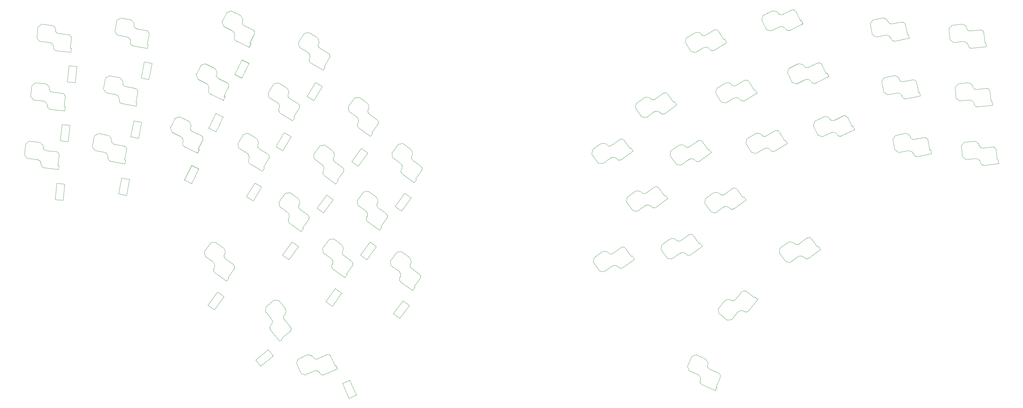
<source format=gbr>
G04 #@! TF.GenerationSoftware,KiCad,Pcbnew,8.0.3*
G04 #@! TF.CreationDate,2024-06-16T15:20:09+01:00*
G04 #@! TF.ProjectId,ykb,796b622e-6b69-4636-9164-5f7063625858,v1.0.0*
G04 #@! TF.SameCoordinates,Original*
G04 #@! TF.FileFunction,Other,User*
%FSLAX46Y46*%
G04 Gerber Fmt 4.6, Leading zero omitted, Abs format (unit mm)*
G04 Created by KiCad (PCBNEW 8.0.3) date 2024-06-16 15:20:09*
%MOMM*%
%LPD*%
G01*
G04 APERTURE LIST*
%ADD10C,0.050000*%
G04 APERTURE END LIST*
D10*
G04 #@! TO.C,S44*
X286784722Y-214232158D02*
X287058786Y-214354179D01*
X287058786Y-214354179D02*
X286589412Y-215408411D01*
X286589412Y-215408411D02*
X282750694Y-213699303D01*
X282750694Y-213699303D02*
X282467033Y-213502953D01*
X282467033Y-213502953D02*
X282263348Y-213203191D01*
X282263348Y-213203191D02*
X282184382Y-212849494D01*
X282184382Y-212849494D02*
X282232926Y-212524107D01*
X282232926Y-212524107D02*
X282316038Y-211971102D01*
X282316038Y-211971102D02*
X282200421Y-211458784D01*
X282200421Y-211458784D02*
X281906560Y-211024734D01*
X281906560Y-211024734D02*
X281461227Y-210716996D01*
X281461227Y-210716996D02*
X279011098Y-209626128D01*
X279011098Y-209626128D02*
X278540273Y-208399586D01*
X278540273Y-208399586D02*
X279819866Y-205525572D01*
X279819866Y-205525572D02*
X281046408Y-205054747D01*
X281046408Y-205054747D02*
X283605249Y-206194016D01*
X283605249Y-206194016D02*
X283966749Y-206449105D01*
X283966749Y-206449105D02*
X284203383Y-206824836D01*
X284203383Y-206824836D02*
X284492771Y-207578717D01*
X284492771Y-207578717D02*
X284388646Y-207812585D01*
X284388646Y-207812585D02*
X284297102Y-208217344D01*
X284297102Y-208217344D02*
X284363045Y-208610123D01*
X284363045Y-208610123D02*
X284576860Y-208946139D01*
X284576860Y-208946139D02*
X284915727Y-209185678D01*
X284915727Y-209185678D02*
X287473655Y-210324541D01*
X287473655Y-210324541D02*
X287771826Y-210535015D01*
X287771826Y-210535015D02*
X287975698Y-210858942D01*
X287975698Y-210858942D02*
X288040941Y-211236084D01*
X288040941Y-211236084D02*
X287960191Y-211592012D01*
X287960191Y-211592012D02*
X286784722Y-214232158D01*
G04 #@! TO.C,S43*
X297781645Y-188564877D02*
X297970441Y-188331733D01*
X297970441Y-188331733D02*
X298867268Y-189057969D01*
X298867268Y-189057969D02*
X296222863Y-192323536D01*
X296222863Y-192323536D02*
X295959786Y-192546712D01*
X295959786Y-192546712D02*
X295617521Y-192665873D01*
X295617521Y-192665873D02*
X295255438Y-192650604D01*
X295255438Y-192650604D02*
X294953703Y-192519498D01*
X294953703Y-192519498D02*
X294441052Y-192296089D01*
X294441052Y-192296089D02*
X293916267Y-192275169D01*
X293916267Y-192275169D02*
X293420950Y-192446678D01*
X293420950Y-192446678D02*
X293008437Y-192797187D01*
X293008437Y-192797187D02*
X291320600Y-194881493D01*
X291320600Y-194881493D02*
X290013993Y-195018823D01*
X290013993Y-195018823D02*
X287569091Y-193038981D01*
X287569091Y-193038981D02*
X287431761Y-191732373D01*
X287431761Y-191732373D02*
X289194488Y-189555588D01*
X289194488Y-189555588D02*
X289534447Y-189272428D01*
X289534447Y-189272428D02*
X289958622Y-189141103D01*
X289958622Y-189141103D02*
X290761714Y-189056695D01*
X290761714Y-189056695D02*
X290960663Y-189217801D01*
X290960663Y-189217801D02*
X291327937Y-189410985D01*
X291327937Y-189410985D02*
X291724400Y-189448947D01*
X291724400Y-189448947D02*
X292104306Y-189329385D01*
X292104306Y-189329385D02*
X292423388Y-189064062D01*
X292423388Y-189064062D02*
X294185485Y-186888053D01*
X294185485Y-186888053D02*
X294465959Y-186654517D01*
X294465959Y-186654517D02*
X294831615Y-186541430D01*
X294831615Y-186541430D02*
X295212793Y-186576021D01*
X295212793Y-186576021D02*
X295535693Y-186746141D01*
X295535693Y-186746141D02*
X297781645Y-188564877D01*
G04 #@! TO.C,S42*
X316029809Y-173912367D02*
X316272515Y-173736032D01*
X316272515Y-173736032D02*
X316950819Y-174669638D01*
X316950819Y-174669638D02*
X313551329Y-177139511D01*
X313551329Y-177139511D02*
X313239454Y-177286993D01*
X313239454Y-177286993D02*
X312878010Y-177313509D01*
X312878010Y-177313509D02*
X312532217Y-177205047D01*
X312532217Y-177205047D02*
X312274696Y-177000313D01*
X312274696Y-177000313D02*
X311837336Y-176651833D01*
X311837336Y-176651833D02*
X311335847Y-176495802D01*
X311335847Y-176495802D02*
X310813018Y-176533268D01*
X310813018Y-176533268D02*
X310323842Y-176765068D01*
X310323842Y-176765068D02*
X308154059Y-178341508D01*
X308154059Y-178341508D02*
X306856429Y-178135984D01*
X306856429Y-178135984D02*
X305007257Y-175590817D01*
X305007257Y-175590817D02*
X305212781Y-174293187D01*
X305212781Y-174293187D02*
X307478838Y-172646801D01*
X307478838Y-172646801D02*
X307880501Y-172461277D01*
X307880501Y-172461277D02*
X308324211Y-172444212D01*
X308324211Y-172444212D02*
X309121785Y-172570535D01*
X309121785Y-172570535D02*
X309272258Y-172777644D01*
X309272258Y-172777644D02*
X309577017Y-173059303D01*
X309577017Y-173059303D02*
X309950145Y-173198584D01*
X309950145Y-173198584D02*
X310348052Y-173181423D01*
X310348052Y-173181423D02*
X310724932Y-173007725D01*
X310724932Y-173007725D02*
X312990180Y-171361926D01*
X312990180Y-171361926D02*
X313321541Y-171208939D01*
X313321541Y-171208939D02*
X313704006Y-171194344D01*
X313704006Y-171194344D02*
X314063243Y-171326413D01*
X314063243Y-171326413D02*
X314331110Y-171574308D01*
X314331110Y-171574308D02*
X316029809Y-173912367D01*
G04 #@! TO.C,S41*
X262387242Y-176638280D02*
X262629948Y-176461945D01*
X262629948Y-176461945D02*
X263308252Y-177395551D01*
X263308252Y-177395551D02*
X259908762Y-179865424D01*
X259908762Y-179865424D02*
X259596887Y-180012906D01*
X259596887Y-180012906D02*
X259235443Y-180039422D01*
X259235443Y-180039422D02*
X258889650Y-179930960D01*
X258889650Y-179930960D02*
X258632129Y-179726226D01*
X258632129Y-179726226D02*
X258194769Y-179377746D01*
X258194769Y-179377746D02*
X257693280Y-179221715D01*
X257693280Y-179221715D02*
X257170451Y-179259181D01*
X257170451Y-179259181D02*
X256681275Y-179490981D01*
X256681275Y-179490981D02*
X254511492Y-181067421D01*
X254511492Y-181067421D02*
X253213862Y-180861897D01*
X253213862Y-180861897D02*
X251364690Y-178316730D01*
X251364690Y-178316730D02*
X251570214Y-177019100D01*
X251570214Y-177019100D02*
X253836271Y-175372714D01*
X253836271Y-175372714D02*
X254237934Y-175187190D01*
X254237934Y-175187190D02*
X254681644Y-175170125D01*
X254681644Y-175170125D02*
X255479218Y-175296448D01*
X255479218Y-175296448D02*
X255629691Y-175503557D01*
X255629691Y-175503557D02*
X255934450Y-175785216D01*
X255934450Y-175785216D02*
X256307578Y-175924497D01*
X256307578Y-175924497D02*
X256705485Y-175907336D01*
X256705485Y-175907336D02*
X257082365Y-175733638D01*
X257082365Y-175733638D02*
X259347613Y-174087839D01*
X259347613Y-174087839D02*
X259678974Y-173934852D01*
X259678974Y-173934852D02*
X260061439Y-173920257D01*
X260061439Y-173920257D02*
X260420676Y-174052326D01*
X260420676Y-174052326D02*
X260688543Y-174300221D01*
X260688543Y-174300221D02*
X262387242Y-176638280D01*
G04 #@! TO.C,S40*
X261961024Y-145428212D02*
X262203730Y-145251877D01*
X262203730Y-145251877D02*
X262882034Y-146185483D01*
X262882034Y-146185483D02*
X259482544Y-148655356D01*
X259482544Y-148655356D02*
X259170669Y-148802838D01*
X259170669Y-148802838D02*
X258809225Y-148829354D01*
X258809225Y-148829354D02*
X258463432Y-148720892D01*
X258463432Y-148720892D02*
X258205911Y-148516158D01*
X258205911Y-148516158D02*
X257768551Y-148167678D01*
X257768551Y-148167678D02*
X257267062Y-148011647D01*
X257267062Y-148011647D02*
X256744233Y-148049113D01*
X256744233Y-148049113D02*
X256255057Y-148280913D01*
X256255057Y-148280913D02*
X254085274Y-149857353D01*
X254085274Y-149857353D02*
X252787644Y-149651829D01*
X252787644Y-149651829D02*
X250938472Y-147106662D01*
X250938472Y-147106662D02*
X251143996Y-145809032D01*
X251143996Y-145809032D02*
X253410053Y-144162646D01*
X253410053Y-144162646D02*
X253811716Y-143977122D01*
X253811716Y-143977122D02*
X254255426Y-143960057D01*
X254255426Y-143960057D02*
X255053000Y-144086380D01*
X255053000Y-144086380D02*
X255203473Y-144293489D01*
X255203473Y-144293489D02*
X255508232Y-144575148D01*
X255508232Y-144575148D02*
X255881360Y-144714429D01*
X255881360Y-144714429D02*
X256279267Y-144697268D01*
X256279267Y-144697268D02*
X256656147Y-144523570D01*
X256656147Y-144523570D02*
X258921395Y-142877771D01*
X258921395Y-142877771D02*
X259252756Y-142724784D01*
X259252756Y-142724784D02*
X259635221Y-142710189D01*
X259635221Y-142710189D02*
X259994458Y-142842258D01*
X259994458Y-142842258D02*
X260262325Y-143090153D01*
X260262325Y-143090153D02*
X261961024Y-145428212D01*
G04 #@! TO.C,S39*
X271953373Y-159181501D02*
X272196079Y-159005166D01*
X272196079Y-159005166D02*
X272874383Y-159938772D01*
X272874383Y-159938772D02*
X269474893Y-162408645D01*
X269474893Y-162408645D02*
X269163018Y-162556127D01*
X269163018Y-162556127D02*
X268801574Y-162582643D01*
X268801574Y-162582643D02*
X268455781Y-162474181D01*
X268455781Y-162474181D02*
X268198260Y-162269447D01*
X268198260Y-162269447D02*
X267760900Y-161920967D01*
X267760900Y-161920967D02*
X267259411Y-161764936D01*
X267259411Y-161764936D02*
X266736582Y-161802402D01*
X266736582Y-161802402D02*
X266247406Y-162034202D01*
X266247406Y-162034202D02*
X264077623Y-163610642D01*
X264077623Y-163610642D02*
X262779993Y-163405118D01*
X262779993Y-163405118D02*
X260930821Y-160859951D01*
X260930821Y-160859951D02*
X261136345Y-159562321D01*
X261136345Y-159562321D02*
X263402402Y-157915935D01*
X263402402Y-157915935D02*
X263804065Y-157730411D01*
X263804065Y-157730411D02*
X264247775Y-157713346D01*
X264247775Y-157713346D02*
X265045349Y-157839669D01*
X265045349Y-157839669D02*
X265195822Y-158046778D01*
X265195822Y-158046778D02*
X265500581Y-158328437D01*
X265500581Y-158328437D02*
X265873709Y-158467718D01*
X265873709Y-158467718D02*
X266271616Y-158450557D01*
X266271616Y-158450557D02*
X266648496Y-158276859D01*
X266648496Y-158276859D02*
X268913744Y-156631060D01*
X268913744Y-156631060D02*
X269245105Y-156478073D01*
X269245105Y-156478073D02*
X269627570Y-156463478D01*
X269627570Y-156463478D02*
X269986807Y-156595547D01*
X269986807Y-156595547D02*
X270254674Y-156843442D01*
X270254674Y-156843442D02*
X271953373Y-159181501D01*
G04 #@! TO.C,S38*
X281945722Y-172934790D02*
X282188428Y-172758455D01*
X282188428Y-172758455D02*
X282866732Y-173692061D01*
X282866732Y-173692061D02*
X279467242Y-176161934D01*
X279467242Y-176161934D02*
X279155367Y-176309416D01*
X279155367Y-176309416D02*
X278793923Y-176335932D01*
X278793923Y-176335932D02*
X278448130Y-176227470D01*
X278448130Y-176227470D02*
X278190609Y-176022736D01*
X278190609Y-176022736D02*
X277753249Y-175674256D01*
X277753249Y-175674256D02*
X277251760Y-175518225D01*
X277251760Y-175518225D02*
X276728931Y-175555691D01*
X276728931Y-175555691D02*
X276239755Y-175787491D01*
X276239755Y-175787491D02*
X274069972Y-177363931D01*
X274069972Y-177363931D02*
X272772342Y-177158407D01*
X272772342Y-177158407D02*
X270923170Y-174613240D01*
X270923170Y-174613240D02*
X271128694Y-173315610D01*
X271128694Y-173315610D02*
X273394751Y-171669224D01*
X273394751Y-171669224D02*
X273796414Y-171483700D01*
X273796414Y-171483700D02*
X274240124Y-171466635D01*
X274240124Y-171466635D02*
X275037698Y-171592958D01*
X275037698Y-171592958D02*
X275188171Y-171800067D01*
X275188171Y-171800067D02*
X275492930Y-172081726D01*
X275492930Y-172081726D02*
X275866058Y-172221007D01*
X275866058Y-172221007D02*
X276263965Y-172203846D01*
X276263965Y-172203846D02*
X276640845Y-172030148D01*
X276640845Y-172030148D02*
X278906093Y-170384349D01*
X278906093Y-170384349D02*
X279237454Y-170231362D01*
X279237454Y-170231362D02*
X279619919Y-170216767D01*
X279619919Y-170216767D02*
X279979156Y-170348836D01*
X279979156Y-170348836D02*
X280247023Y-170596731D01*
X280247023Y-170596731D02*
X281945722Y-172934790D01*
G04 #@! TO.C,S37*
X274524860Y-132097420D02*
X274767566Y-131921085D01*
X274767566Y-131921085D02*
X275445870Y-132854691D01*
X275445870Y-132854691D02*
X272046380Y-135324564D01*
X272046380Y-135324564D02*
X271734505Y-135472046D01*
X271734505Y-135472046D02*
X271373061Y-135498562D01*
X271373061Y-135498562D02*
X271027268Y-135390100D01*
X271027268Y-135390100D02*
X270769747Y-135185366D01*
X270769747Y-135185366D02*
X270332387Y-134836886D01*
X270332387Y-134836886D02*
X269830898Y-134680855D01*
X269830898Y-134680855D02*
X269308069Y-134718321D01*
X269308069Y-134718321D02*
X268818893Y-134950121D01*
X268818893Y-134950121D02*
X266649110Y-136526561D01*
X266649110Y-136526561D02*
X265351480Y-136321037D01*
X265351480Y-136321037D02*
X263502308Y-133775870D01*
X263502308Y-133775870D02*
X263707832Y-132478240D01*
X263707832Y-132478240D02*
X265973889Y-130831854D01*
X265973889Y-130831854D02*
X266375552Y-130646330D01*
X266375552Y-130646330D02*
X266819262Y-130629265D01*
X266819262Y-130629265D02*
X267616836Y-130755588D01*
X267616836Y-130755588D02*
X267767309Y-130962697D01*
X267767309Y-130962697D02*
X268072068Y-131244356D01*
X268072068Y-131244356D02*
X268445196Y-131383637D01*
X268445196Y-131383637D02*
X268843103Y-131366476D01*
X268843103Y-131366476D02*
X269219983Y-131192778D01*
X269219983Y-131192778D02*
X271485231Y-129546979D01*
X271485231Y-129546979D02*
X271816592Y-129393992D01*
X271816592Y-129393992D02*
X272199057Y-129379397D01*
X272199057Y-129379397D02*
X272558294Y-129511466D01*
X272558294Y-129511466D02*
X272826161Y-129759361D01*
X272826161Y-129759361D02*
X274524860Y-132097420D01*
G04 #@! TO.C,S36*
X284517209Y-145850709D02*
X284759915Y-145674374D01*
X284759915Y-145674374D02*
X285438219Y-146607980D01*
X285438219Y-146607980D02*
X282038729Y-149077853D01*
X282038729Y-149077853D02*
X281726854Y-149225335D01*
X281726854Y-149225335D02*
X281365410Y-149251851D01*
X281365410Y-149251851D02*
X281019617Y-149143389D01*
X281019617Y-149143389D02*
X280762096Y-148938655D01*
X280762096Y-148938655D02*
X280324736Y-148590175D01*
X280324736Y-148590175D02*
X279823247Y-148434144D01*
X279823247Y-148434144D02*
X279300418Y-148471610D01*
X279300418Y-148471610D02*
X278811242Y-148703410D01*
X278811242Y-148703410D02*
X276641459Y-150279850D01*
X276641459Y-150279850D02*
X275343829Y-150074326D01*
X275343829Y-150074326D02*
X273494657Y-147529159D01*
X273494657Y-147529159D02*
X273700181Y-146231529D01*
X273700181Y-146231529D02*
X275966238Y-144585143D01*
X275966238Y-144585143D02*
X276367901Y-144399619D01*
X276367901Y-144399619D02*
X276811611Y-144382554D01*
X276811611Y-144382554D02*
X277609185Y-144508877D01*
X277609185Y-144508877D02*
X277759658Y-144715986D01*
X277759658Y-144715986D02*
X278064417Y-144997645D01*
X278064417Y-144997645D02*
X278437545Y-145136926D01*
X278437545Y-145136926D02*
X278835452Y-145119765D01*
X278835452Y-145119765D02*
X279212332Y-144946067D01*
X279212332Y-144946067D02*
X281477580Y-143300268D01*
X281477580Y-143300268D02*
X281808941Y-143147281D01*
X281808941Y-143147281D02*
X282191406Y-143132686D01*
X282191406Y-143132686D02*
X282550643Y-143264755D01*
X282550643Y-143264755D02*
X282818510Y-143512650D01*
X282818510Y-143512650D02*
X284517209Y-145850709D01*
G04 #@! TO.C,S35*
X294509558Y-159603998D02*
X294752264Y-159427663D01*
X294752264Y-159427663D02*
X295430568Y-160361269D01*
X295430568Y-160361269D02*
X292031078Y-162831142D01*
X292031078Y-162831142D02*
X291719203Y-162978624D01*
X291719203Y-162978624D02*
X291357759Y-163005140D01*
X291357759Y-163005140D02*
X291011966Y-162896678D01*
X291011966Y-162896678D02*
X290754445Y-162691944D01*
X290754445Y-162691944D02*
X290317085Y-162343464D01*
X290317085Y-162343464D02*
X289815596Y-162187433D01*
X289815596Y-162187433D02*
X289292767Y-162224899D01*
X289292767Y-162224899D02*
X288803591Y-162456699D01*
X288803591Y-162456699D02*
X286633808Y-164033139D01*
X286633808Y-164033139D02*
X285336178Y-163827615D01*
X285336178Y-163827615D02*
X283487006Y-161282448D01*
X283487006Y-161282448D02*
X283692530Y-159984818D01*
X283692530Y-159984818D02*
X285958587Y-158338432D01*
X285958587Y-158338432D02*
X286360250Y-158152908D01*
X286360250Y-158152908D02*
X286803960Y-158135843D01*
X286803960Y-158135843D02*
X287601534Y-158262166D01*
X287601534Y-158262166D02*
X287752007Y-158469275D01*
X287752007Y-158469275D02*
X288056766Y-158750934D01*
X288056766Y-158750934D02*
X288429894Y-158890215D01*
X288429894Y-158890215D02*
X288827801Y-158873054D01*
X288827801Y-158873054D02*
X289204681Y-158699356D01*
X289204681Y-158699356D02*
X291469929Y-157053557D01*
X291469929Y-157053557D02*
X291801290Y-156900570D01*
X291801290Y-156900570D02*
X292183755Y-156885975D01*
X292183755Y-156885975D02*
X292542992Y-157018044D01*
X292542992Y-157018044D02*
X292810859Y-157265939D01*
X292810859Y-157265939D02*
X294509558Y-159603998D01*
G04 #@! TO.C,S34*
X289019490Y-114041255D02*
X289276640Y-113886744D01*
X289276640Y-113886744D02*
X289870994Y-114875915D01*
X289870994Y-114875915D02*
X286269177Y-117040105D01*
X286269177Y-117040105D02*
X285945635Y-117159844D01*
X285945635Y-117159844D02*
X285583255Y-117154757D01*
X285583255Y-117154757D02*
X285248231Y-117016570D01*
X285248231Y-117016570D02*
X285009533Y-116790171D01*
X285009533Y-116790171D02*
X284604210Y-116404898D01*
X284604210Y-116404898D02*
X284118228Y-116205753D01*
X284118228Y-116205753D02*
X283594123Y-116197509D01*
X283594123Y-116197509D02*
X283086607Y-116385793D01*
X283086607Y-116385793D02*
X280787684Y-117767125D01*
X280787684Y-117767125D02*
X279512905Y-117449287D01*
X279512905Y-117449287D02*
X277892595Y-114752639D01*
X277892595Y-114752639D02*
X278210433Y-113477860D01*
X278210433Y-113477860D02*
X280611359Y-112035238D01*
X280611359Y-112035238D02*
X281027663Y-111885428D01*
X281027663Y-111885428D02*
X281471172Y-111907099D01*
X281471172Y-111907099D02*
X282254701Y-112102455D01*
X282254701Y-112102455D02*
X282386551Y-112321890D01*
X282386551Y-112321890D02*
X282665602Y-112629039D01*
X282665602Y-112629039D02*
X283025172Y-112800310D01*
X283025172Y-112800310D02*
X283423059Y-112817894D01*
X283423059Y-112817894D02*
X283813645Y-112677704D01*
X283813645Y-112677704D02*
X286213713Y-111235598D01*
X286213713Y-111235598D02*
X286557147Y-111112073D01*
X286557147Y-111112073D02*
X286939429Y-111130868D01*
X286939429Y-111130868D02*
X287285788Y-111293744D01*
X287285788Y-111293744D02*
X287531030Y-111564042D01*
X287531030Y-111564042D02*
X289019490Y-114041255D01*
G04 #@! TO.C,S33*
X297775137Y-128613099D02*
X298032287Y-128458588D01*
X298032287Y-128458588D02*
X298626641Y-129447759D01*
X298626641Y-129447759D02*
X295024824Y-131611949D01*
X295024824Y-131611949D02*
X294701282Y-131731688D01*
X294701282Y-131731688D02*
X294338902Y-131726601D01*
X294338902Y-131726601D02*
X294003878Y-131588414D01*
X294003878Y-131588414D02*
X293765180Y-131362015D01*
X293765180Y-131362015D02*
X293359857Y-130976742D01*
X293359857Y-130976742D02*
X292873875Y-130777597D01*
X292873875Y-130777597D02*
X292349770Y-130769353D01*
X292349770Y-130769353D02*
X291842254Y-130957637D01*
X291842254Y-130957637D02*
X289543331Y-132338969D01*
X289543331Y-132338969D02*
X288268552Y-132021131D01*
X288268552Y-132021131D02*
X286648242Y-129324483D01*
X286648242Y-129324483D02*
X286966080Y-128049704D01*
X286966080Y-128049704D02*
X289367006Y-126607082D01*
X289367006Y-126607082D02*
X289783310Y-126457272D01*
X289783310Y-126457272D02*
X290226819Y-126478943D01*
X290226819Y-126478943D02*
X291010348Y-126674299D01*
X291010348Y-126674299D02*
X291142198Y-126893734D01*
X291142198Y-126893734D02*
X291421249Y-127200883D01*
X291421249Y-127200883D02*
X291780819Y-127372154D01*
X291780819Y-127372154D02*
X292178706Y-127389738D01*
X292178706Y-127389738D02*
X292569292Y-127249548D01*
X292569292Y-127249548D02*
X294969360Y-125807442D01*
X294969360Y-125807442D02*
X295312794Y-125683917D01*
X295312794Y-125683917D02*
X295695076Y-125702712D01*
X295695076Y-125702712D02*
X296041435Y-125865588D01*
X296041435Y-125865588D02*
X296286677Y-126135886D01*
X296286677Y-126135886D02*
X297775137Y-128613099D01*
G04 #@! TO.C,S32*
X306530784Y-143184943D02*
X306787934Y-143030432D01*
X306787934Y-143030432D02*
X307382288Y-144019603D01*
X307382288Y-144019603D02*
X303780471Y-146183793D01*
X303780471Y-146183793D02*
X303456929Y-146303532D01*
X303456929Y-146303532D02*
X303094549Y-146298445D01*
X303094549Y-146298445D02*
X302759525Y-146160258D01*
X302759525Y-146160258D02*
X302520827Y-145933859D01*
X302520827Y-145933859D02*
X302115504Y-145548586D01*
X302115504Y-145548586D02*
X301629522Y-145349441D01*
X301629522Y-145349441D02*
X301105417Y-145341197D01*
X301105417Y-145341197D02*
X300597901Y-145529481D01*
X300597901Y-145529481D02*
X298298978Y-146910813D01*
X298298978Y-146910813D02*
X297024199Y-146592975D01*
X297024199Y-146592975D02*
X295403889Y-143896327D01*
X295403889Y-143896327D02*
X295721727Y-142621548D01*
X295721727Y-142621548D02*
X298122653Y-141178926D01*
X298122653Y-141178926D02*
X298538957Y-141029116D01*
X298538957Y-141029116D02*
X298982466Y-141050787D01*
X298982466Y-141050787D02*
X299765995Y-141246143D01*
X299765995Y-141246143D02*
X299897845Y-141465578D01*
X299897845Y-141465578D02*
X300176896Y-141772727D01*
X300176896Y-141772727D02*
X300536466Y-141943998D01*
X300536466Y-141943998D02*
X300934353Y-141961582D01*
X300934353Y-141961582D02*
X301324939Y-141821392D01*
X301324939Y-141821392D02*
X303725007Y-140379286D01*
X303725007Y-140379286D02*
X304068441Y-140255761D01*
X304068441Y-140255761D02*
X304450723Y-140274556D01*
X304450723Y-140274556D02*
X304797082Y-140437432D01*
X304797082Y-140437432D02*
X305042324Y-140707730D01*
X305042324Y-140707730D02*
X306530784Y-143184943D01*
G04 #@! TO.C,S31*
X311081896Y-108526954D02*
X311351534Y-108395443D01*
X311351534Y-108395443D02*
X311857414Y-109432651D01*
X311857414Y-109432651D02*
X308080682Y-111274686D01*
X308080682Y-111274686D02*
X307747935Y-111365771D01*
X307747935Y-111365771D02*
X307387377Y-111329120D01*
X307387377Y-111329120D02*
X307065672Y-111162259D01*
X307065672Y-111162259D02*
X306847614Y-110915918D01*
X306847614Y-110915918D02*
X306477412Y-110496785D01*
X306477412Y-110496785D02*
X306010636Y-110256042D01*
X306010636Y-110256042D02*
X305489244Y-110202151D01*
X305489244Y-110202151D02*
X304967249Y-110345485D01*
X304967249Y-110345485D02*
X302556683Y-111521196D01*
X302556683Y-111521196D02*
X301314456Y-111093464D01*
X301314456Y-111093464D02*
X299935341Y-108265857D01*
X299935341Y-108265857D02*
X300363074Y-107023631D01*
X300363074Y-107023631D02*
X302880596Y-105795753D01*
X302880596Y-105795753D02*
X303308372Y-105682797D01*
X303308372Y-105682797D02*
X303748305Y-105743040D01*
X303748305Y-105743040D02*
X304511826Y-106005941D01*
X304511826Y-106005941D02*
X304624049Y-106236033D01*
X304624049Y-106236033D02*
X304875269Y-106566334D01*
X304875269Y-106566334D02*
X305218543Y-106768292D01*
X305218543Y-106768292D02*
X305613384Y-106820487D01*
X305613384Y-106820487D02*
X306014701Y-106714872D01*
X306014701Y-106714872D02*
X308531325Y-105487433D01*
X308531325Y-105487433D02*
X308884217Y-105394311D01*
X308884217Y-105394311D02*
X309263407Y-105446352D01*
X309263407Y-105446352D02*
X309594252Y-105638795D01*
X309594252Y-105638795D02*
X309815003Y-105929439D01*
X309815003Y-105929439D02*
X311081896Y-108526954D01*
G04 #@! TO.C,S30*
X318534205Y-123806453D02*
X318803843Y-123674942D01*
X318803843Y-123674942D02*
X319309723Y-124712150D01*
X319309723Y-124712150D02*
X315532991Y-126554185D01*
X315532991Y-126554185D02*
X315200244Y-126645270D01*
X315200244Y-126645270D02*
X314839686Y-126608619D01*
X314839686Y-126608619D02*
X314517981Y-126441758D01*
X314517981Y-126441758D02*
X314299923Y-126195417D01*
X314299923Y-126195417D02*
X313929721Y-125776284D01*
X313929721Y-125776284D02*
X313462945Y-125535541D01*
X313462945Y-125535541D02*
X312941553Y-125481650D01*
X312941553Y-125481650D02*
X312419558Y-125624984D01*
X312419558Y-125624984D02*
X310008992Y-126800695D01*
X310008992Y-126800695D02*
X308766765Y-126372963D01*
X308766765Y-126372963D02*
X307387650Y-123545356D01*
X307387650Y-123545356D02*
X307815383Y-122303130D01*
X307815383Y-122303130D02*
X310332905Y-121075252D01*
X310332905Y-121075252D02*
X310760681Y-120962296D01*
X310760681Y-120962296D02*
X311200614Y-121022539D01*
X311200614Y-121022539D02*
X311964135Y-121285440D01*
X311964135Y-121285440D02*
X312076358Y-121515532D01*
X312076358Y-121515532D02*
X312327578Y-121845833D01*
X312327578Y-121845833D02*
X312670852Y-122047791D01*
X312670852Y-122047791D02*
X313065693Y-122099986D01*
X313065693Y-122099986D02*
X313467010Y-121994371D01*
X313467010Y-121994371D02*
X315983634Y-120766932D01*
X315983634Y-120766932D02*
X316336526Y-120673810D01*
X316336526Y-120673810D02*
X316715716Y-120725851D01*
X316715716Y-120725851D02*
X317046561Y-120918294D01*
X317046561Y-120918294D02*
X317267312Y-121208938D01*
X317267312Y-121208938D02*
X318534205Y-123806453D01*
G04 #@! TO.C,S29*
X325986515Y-139085952D02*
X326256153Y-138954441D01*
X326256153Y-138954441D02*
X326762033Y-139991649D01*
X326762033Y-139991649D02*
X322985301Y-141833684D01*
X322985301Y-141833684D02*
X322652554Y-141924769D01*
X322652554Y-141924769D02*
X322291996Y-141888118D01*
X322291996Y-141888118D02*
X321970291Y-141721257D01*
X321970291Y-141721257D02*
X321752233Y-141474916D01*
X321752233Y-141474916D02*
X321382031Y-141055783D01*
X321382031Y-141055783D02*
X320915255Y-140815040D01*
X320915255Y-140815040D02*
X320393863Y-140761149D01*
X320393863Y-140761149D02*
X319871868Y-140904483D01*
X319871868Y-140904483D02*
X317461302Y-142080194D01*
X317461302Y-142080194D02*
X316219075Y-141652462D01*
X316219075Y-141652462D02*
X314839960Y-138824855D01*
X314839960Y-138824855D02*
X315267693Y-137582629D01*
X315267693Y-137582629D02*
X317785215Y-136354751D01*
X317785215Y-136354751D02*
X318212991Y-136241795D01*
X318212991Y-136241795D02*
X318652924Y-136302038D01*
X318652924Y-136302038D02*
X319416445Y-136564939D01*
X319416445Y-136564939D02*
X319528668Y-136795031D01*
X319528668Y-136795031D02*
X319779888Y-137125332D01*
X319779888Y-137125332D02*
X320123162Y-137327290D01*
X320123162Y-137327290D02*
X320518003Y-137379485D01*
X320518003Y-137379485D02*
X320919320Y-137273870D01*
X320919320Y-137273870D02*
X323435944Y-136046431D01*
X323435944Y-136046431D02*
X323788836Y-135953309D01*
X323788836Y-135953309D02*
X324168026Y-136005350D01*
X324168026Y-136005350D02*
X324498871Y-136197793D01*
X324498871Y-136197793D02*
X324719622Y-136488437D01*
X324719622Y-136488437D02*
X325986515Y-139085952D01*
G04 #@! TO.C,S28*
X341984967Y-112535764D02*
X342279455Y-112478521D01*
X342279455Y-112478521D02*
X342499648Y-113611319D01*
X342499648Y-113611319D02*
X338374851Y-114413098D01*
X338374851Y-114413098D02*
X338029867Y-114414958D01*
X338029867Y-114414958D02*
X337691082Y-114286237D01*
X337691082Y-114286237D02*
X337423525Y-114041798D01*
X337423525Y-114041798D02*
X337276655Y-113747413D01*
X337276655Y-113747413D02*
X337027547Y-113246747D01*
X337027547Y-113246747D02*
X336638985Y-112893396D01*
X336638985Y-112893396D02*
X336149307Y-112706395D01*
X336149307Y-112706395D02*
X335608000Y-112709743D01*
X335608000Y-112709743D02*
X332975276Y-113221493D01*
X332975276Y-113221493D02*
X331886083Y-112486822D01*
X331886083Y-112486822D02*
X331285798Y-109398623D01*
X331285798Y-109398623D02*
X332020468Y-108309430D01*
X332020468Y-108309430D02*
X334770006Y-107774974D01*
X334770006Y-107774974D02*
X335212442Y-107776583D01*
X335212442Y-107776583D02*
X335621792Y-107948636D01*
X335621792Y-107948636D02*
X336291253Y-108400194D01*
X336291253Y-108400194D02*
X336340100Y-108651490D01*
X336340100Y-108651490D02*
X336497271Y-109035557D01*
X336497271Y-109035557D02*
X336776578Y-109319479D01*
X336776578Y-109319479D02*
X337144456Y-109472088D01*
X337144456Y-109472088D02*
X337559434Y-109473941D01*
X337559434Y-109473941D02*
X340307990Y-108939676D01*
X340307990Y-108939676D02*
X340672960Y-108941062D01*
X340672960Y-108941062D02*
X341025760Y-109089471D01*
X341025760Y-109089471D02*
X341295523Y-109360986D01*
X341295523Y-109360986D02*
X341433529Y-109698861D01*
X341433529Y-109698861D02*
X341984967Y-112535764D01*
G04 #@! TO.C,S27*
X345228719Y-129223426D02*
X345523207Y-129166183D01*
X345523207Y-129166183D02*
X345743400Y-130298981D01*
X345743400Y-130298981D02*
X341618603Y-131100760D01*
X341618603Y-131100760D02*
X341273619Y-131102620D01*
X341273619Y-131102620D02*
X340934834Y-130973899D01*
X340934834Y-130973899D02*
X340667277Y-130729460D01*
X340667277Y-130729460D02*
X340520407Y-130435075D01*
X340520407Y-130435075D02*
X340271299Y-129934409D01*
X340271299Y-129934409D02*
X339882737Y-129581058D01*
X339882737Y-129581058D02*
X339393059Y-129394057D01*
X339393059Y-129394057D02*
X338851752Y-129397405D01*
X338851752Y-129397405D02*
X336219028Y-129909155D01*
X336219028Y-129909155D02*
X335129835Y-129174484D01*
X335129835Y-129174484D02*
X334529550Y-126086285D01*
X334529550Y-126086285D02*
X335264220Y-124997092D01*
X335264220Y-124997092D02*
X338013758Y-124462636D01*
X338013758Y-124462636D02*
X338456194Y-124464245D01*
X338456194Y-124464245D02*
X338865544Y-124636298D01*
X338865544Y-124636298D02*
X339535005Y-125087856D01*
X339535005Y-125087856D02*
X339583852Y-125339152D01*
X339583852Y-125339152D02*
X339741023Y-125723219D01*
X339741023Y-125723219D02*
X340020330Y-126007141D01*
X340020330Y-126007141D02*
X340388208Y-126159750D01*
X340388208Y-126159750D02*
X340803186Y-126161603D01*
X340803186Y-126161603D02*
X343551742Y-125627338D01*
X343551742Y-125627338D02*
X343916712Y-125628724D01*
X343916712Y-125628724D02*
X344269512Y-125777133D01*
X344269512Y-125777133D02*
X344539275Y-126048648D01*
X344539275Y-126048648D02*
X344677281Y-126386523D01*
X344677281Y-126386523D02*
X345228719Y-129223426D01*
G04 #@! TO.C,S26*
X348472472Y-145911089D02*
X348766960Y-145853846D01*
X348766960Y-145853846D02*
X348987153Y-146986644D01*
X348987153Y-146986644D02*
X344862356Y-147788423D01*
X344862356Y-147788423D02*
X344517372Y-147790283D01*
X344517372Y-147790283D02*
X344178587Y-147661562D01*
X344178587Y-147661562D02*
X343911030Y-147417123D01*
X343911030Y-147417123D02*
X343764160Y-147122738D01*
X343764160Y-147122738D02*
X343515052Y-146622072D01*
X343515052Y-146622072D02*
X343126490Y-146268721D01*
X343126490Y-146268721D02*
X342636812Y-146081720D01*
X342636812Y-146081720D02*
X342095505Y-146085068D01*
X342095505Y-146085068D02*
X339462781Y-146596818D01*
X339462781Y-146596818D02*
X338373588Y-145862147D01*
X338373588Y-145862147D02*
X337773303Y-142773948D01*
X337773303Y-142773948D02*
X338507973Y-141684755D01*
X338507973Y-141684755D02*
X341257511Y-141150299D01*
X341257511Y-141150299D02*
X341699947Y-141151908D01*
X341699947Y-141151908D02*
X342109297Y-141323961D01*
X342109297Y-141323961D02*
X342778758Y-141775519D01*
X342778758Y-141775519D02*
X342827605Y-142026815D01*
X342827605Y-142026815D02*
X342984776Y-142410882D01*
X342984776Y-142410882D02*
X343264083Y-142694804D01*
X343264083Y-142694804D02*
X343631961Y-142847413D01*
X343631961Y-142847413D02*
X344046939Y-142849266D01*
X344046939Y-142849266D02*
X346795495Y-142315001D01*
X346795495Y-142315001D02*
X347160465Y-142316387D01*
X347160465Y-142316387D02*
X347513265Y-142464796D01*
X347513265Y-142464796D02*
X347783028Y-142736311D01*
X347783028Y-142736311D02*
X347921034Y-143074186D01*
X347921034Y-143074186D02*
X348472472Y-145911089D01*
G04 #@! TO.C,S25*
X364344006Y-114938487D02*
X364642362Y-114907129D01*
X364642362Y-114907129D02*
X364762988Y-116054807D01*
X364762988Y-116054807D02*
X360584007Y-116494036D01*
X360584007Y-116494036D02*
X360240174Y-116465821D01*
X360240174Y-116465821D02*
X359913897Y-116308062D01*
X359913897Y-116308062D02*
X359668662Y-116041235D01*
X359668662Y-116041235D02*
X359548009Y-115735170D01*
X359548009Y-115735170D02*
X359343484Y-115214697D01*
X359343484Y-115214697D02*
X358987198Y-114828825D01*
X358987198Y-114828825D02*
X358515681Y-114599858D01*
X358515681Y-114599858D02*
X357976143Y-114556015D01*
X357976143Y-114556015D02*
X355308835Y-114836360D01*
X355308835Y-114836360D02*
X354287817Y-114009556D01*
X354287817Y-114009556D02*
X353958971Y-110880791D01*
X353958971Y-110880791D02*
X354785775Y-109859773D01*
X354785775Y-109859773D02*
X357571430Y-109566989D01*
X357571430Y-109566989D02*
X358012042Y-109607152D01*
X358012042Y-109607152D02*
X358404839Y-109814228D01*
X358404839Y-109814228D02*
X359032397Y-110322414D01*
X359032397Y-110322414D02*
X359059157Y-110577012D01*
X359059157Y-110577012D02*
X359182256Y-110973315D01*
X359182256Y-110973315D02*
X359435754Y-111280500D01*
X359435754Y-111280500D02*
X359788932Y-111464592D01*
X359788932Y-111464592D02*
X360202169Y-111502605D01*
X360202169Y-111502605D02*
X362986830Y-111209925D01*
X362986830Y-111209925D02*
X363350291Y-111243115D01*
X363350291Y-111243115D02*
X363688813Y-111421708D01*
X363688813Y-111421708D02*
X363933886Y-111715702D01*
X363933886Y-111715702D02*
X364041919Y-112064319D01*
X364041919Y-112064319D02*
X364344006Y-114938487D01*
G04 #@! TO.C,S24*
X366120990Y-131845359D02*
X366419346Y-131814001D01*
X366419346Y-131814001D02*
X366539972Y-132961679D01*
X366539972Y-132961679D02*
X362360991Y-133400908D01*
X362360991Y-133400908D02*
X362017158Y-133372693D01*
X362017158Y-133372693D02*
X361690881Y-133214934D01*
X361690881Y-133214934D02*
X361445646Y-132948107D01*
X361445646Y-132948107D02*
X361324993Y-132642042D01*
X361324993Y-132642042D02*
X361120468Y-132121569D01*
X361120468Y-132121569D02*
X360764182Y-131735697D01*
X360764182Y-131735697D02*
X360292665Y-131506730D01*
X360292665Y-131506730D02*
X359753127Y-131462887D01*
X359753127Y-131462887D02*
X357085819Y-131743232D01*
X357085819Y-131743232D02*
X356064801Y-130916428D01*
X356064801Y-130916428D02*
X355735955Y-127787663D01*
X355735955Y-127787663D02*
X356562759Y-126766645D01*
X356562759Y-126766645D02*
X359348414Y-126473861D01*
X359348414Y-126473861D02*
X359789026Y-126514024D01*
X359789026Y-126514024D02*
X360181823Y-126721100D01*
X360181823Y-126721100D02*
X360809381Y-127229286D01*
X360809381Y-127229286D02*
X360836141Y-127483884D01*
X360836141Y-127483884D02*
X360959240Y-127880187D01*
X360959240Y-127880187D02*
X361212738Y-128187372D01*
X361212738Y-128187372D02*
X361565916Y-128371464D01*
X361565916Y-128371464D02*
X361979153Y-128409477D01*
X361979153Y-128409477D02*
X364763814Y-128116797D01*
X364763814Y-128116797D02*
X365127275Y-128149987D01*
X365127275Y-128149987D02*
X365465797Y-128328580D01*
X365465797Y-128328580D02*
X365710870Y-128622574D01*
X365710870Y-128622574D02*
X365818903Y-128971191D01*
X365818903Y-128971191D02*
X366120990Y-131845359D01*
G04 #@! TO.C,S23*
X367897974Y-148752231D02*
X368196330Y-148720873D01*
X368196330Y-148720873D02*
X368316956Y-149868551D01*
X368316956Y-149868551D02*
X364137975Y-150307780D01*
X364137975Y-150307780D02*
X363794142Y-150279565D01*
X363794142Y-150279565D02*
X363467865Y-150121806D01*
X363467865Y-150121806D02*
X363222630Y-149854979D01*
X363222630Y-149854979D02*
X363101977Y-149548914D01*
X363101977Y-149548914D02*
X362897452Y-149028441D01*
X362897452Y-149028441D02*
X362541166Y-148642569D01*
X362541166Y-148642569D02*
X362069649Y-148413602D01*
X362069649Y-148413602D02*
X361530111Y-148369759D01*
X361530111Y-148369759D02*
X358862803Y-148650104D01*
X358862803Y-148650104D02*
X357841785Y-147823300D01*
X357841785Y-147823300D02*
X357512939Y-144694535D01*
X357512939Y-144694535D02*
X358339743Y-143673517D01*
X358339743Y-143673517D02*
X361125398Y-143380733D01*
X361125398Y-143380733D02*
X361566010Y-143420896D01*
X361566010Y-143420896D02*
X361958807Y-143627972D01*
X361958807Y-143627972D02*
X362586365Y-144136158D01*
X362586365Y-144136158D02*
X362613125Y-144390756D01*
X362613125Y-144390756D02*
X362736224Y-144787059D01*
X362736224Y-144787059D02*
X362989722Y-145094244D01*
X362989722Y-145094244D02*
X363342900Y-145278336D01*
X363342900Y-145278336D02*
X363756137Y-145316349D01*
X363756137Y-145316349D02*
X366540798Y-145023669D01*
X366540798Y-145023669D02*
X366904259Y-145056859D01*
X366904259Y-145056859D02*
X367242781Y-145235452D01*
X367242781Y-145235452D02*
X367487854Y-145529446D01*
X367487854Y-145529446D02*
X367595887Y-145878063D01*
X367595887Y-145878063D02*
X367897974Y-148752231D01*
G04 #@! TO.C,S22*
X176830759Y-208170155D02*
X177104823Y-208048134D01*
X177104823Y-208048134D02*
X177574197Y-209102366D01*
X177574197Y-209102366D02*
X173735479Y-210811473D01*
X173735479Y-210811473D02*
X173399756Y-210890890D01*
X173399756Y-210890890D02*
X173040697Y-210841678D01*
X173040697Y-210841678D02*
X172725011Y-210663691D01*
X172725011Y-210663691D02*
X172515684Y-210409890D01*
X172515684Y-210409890D02*
X172160334Y-209978093D01*
X172160334Y-209978093D02*
X171702245Y-209721205D01*
X171702245Y-209721205D02*
X171183051Y-209649151D01*
X171183051Y-209649151D02*
X170656371Y-209774180D01*
X170656371Y-209774180D02*
X168206242Y-210865048D01*
X168206242Y-210865048D02*
X166979700Y-210394223D01*
X166979700Y-210394223D02*
X165700107Y-207520209D01*
X165700107Y-207520209D02*
X166170932Y-206293667D01*
X166170932Y-206293667D02*
X168729773Y-205154397D01*
X168729773Y-205154397D02*
X169161231Y-205056439D01*
X169161231Y-205056439D02*
X169598793Y-205131998D01*
X169598793Y-205131998D02*
X170352674Y-205421386D01*
X170352674Y-205421386D02*
X170456799Y-205655254D01*
X170456799Y-205655254D02*
X170696338Y-205994121D01*
X170696338Y-205994121D02*
X171032355Y-206207936D01*
X171032355Y-206207936D02*
X171425134Y-206273880D01*
X171425134Y-206273880D02*
X171829892Y-206182335D01*
X171829892Y-206182335D02*
X174387820Y-205043473D01*
X174387820Y-205043473D02*
X174743747Y-204962723D01*
X174743747Y-204962723D02*
X175120890Y-205027965D01*
X175120890Y-205027965D02*
X175444817Y-205231838D01*
X175444817Y-205231838D02*
X175655290Y-205530009D01*
X175655290Y-205530009D02*
X176830759Y-208170155D01*
G04 #@! TO.C,S21*
X161597745Y-200147460D02*
X161786541Y-200380604D01*
X161786541Y-200380604D02*
X160889715Y-201106840D01*
X160889715Y-201106840D02*
X158245311Y-197841272D01*
X158245311Y-197841272D02*
X158081708Y-197537543D01*
X158081708Y-197537543D02*
X158036312Y-197177982D01*
X158036312Y-197177982D02*
X158126529Y-196826986D01*
X158126529Y-196826986D02*
X158317504Y-196559103D01*
X158317504Y-196559103D02*
X158642617Y-196104105D01*
X158642617Y-196104105D02*
X158772189Y-195595137D01*
X158772189Y-195595137D02*
X158707410Y-195074985D01*
X158707410Y-195074985D02*
X158450327Y-194598611D01*
X158450327Y-194598611D02*
X156762489Y-192514306D01*
X156762489Y-192514306D02*
X156899819Y-191207699D01*
X156899819Y-191207699D02*
X159344720Y-189227857D01*
X159344720Y-189227857D02*
X160651328Y-189365187D01*
X160651328Y-189365187D02*
X162414054Y-191541973D01*
X162414054Y-191541973D02*
X162620345Y-191933375D01*
X162620345Y-191933375D02*
X162660609Y-192375584D01*
X162660609Y-192375584D02*
X162576200Y-193178677D01*
X162576200Y-193178677D02*
X162377251Y-193339783D01*
X162377251Y-193339783D02*
X162111928Y-193658865D01*
X162111928Y-193658865D02*
X161992366Y-194038772D01*
X161992366Y-194038772D02*
X162030328Y-194435234D01*
X162030328Y-194435234D02*
X162223512Y-194802508D01*
X162223512Y-194802508D02*
X163985610Y-196978516D01*
X163985610Y-196978516D02*
X164155729Y-197301416D01*
X164155729Y-197301416D02*
X164190321Y-197682594D01*
X164190321Y-197682594D02*
X164077233Y-198048250D01*
X164077233Y-198048250D02*
X163843697Y-198328724D01*
X163843697Y-198328724D02*
X161597745Y-200147460D01*
G04 #@! TO.C,S20*
X146027779Y-182672719D02*
X146270484Y-182849054D01*
X146270484Y-182849054D02*
X145592180Y-183782660D01*
X145592180Y-183782660D02*
X142192690Y-181312786D01*
X142192690Y-181312786D02*
X141956052Y-181061750D01*
X141956052Y-181061750D02*
X141819142Y-180726190D01*
X141819142Y-180726190D02*
X141815439Y-180363804D01*
X141815439Y-180363804D02*
X141930574Y-180055621D01*
X141930574Y-180055621D02*
X142126847Y-179531981D01*
X142126847Y-179531981D02*
X142120273Y-179006820D01*
X142120273Y-179006820D02*
X141923077Y-178521158D01*
X141923077Y-178521158D02*
X141551458Y-178127555D01*
X141551458Y-178127555D02*
X139381675Y-176551114D01*
X139381675Y-176551114D02*
X139176150Y-175253485D01*
X139176150Y-175253485D02*
X141025323Y-172708318D01*
X141025323Y-172708318D02*
X142322952Y-172502793D01*
X142322952Y-172502793D02*
X144589009Y-174149180D01*
X144589009Y-174149180D02*
X144889573Y-174473854D01*
X144889573Y-174473854D02*
X145042917Y-174890574D01*
X145042917Y-174890574D02*
X145169240Y-175688148D01*
X145169240Y-175688148D02*
X145018767Y-175895257D01*
X145018767Y-175895257D02*
X144845069Y-176272137D01*
X144845069Y-176272137D02*
X144827908Y-176670043D01*
X144827908Y-176670043D02*
X144967189Y-177043172D01*
X144967189Y-177043172D02*
X145248848Y-177347931D01*
X145248848Y-177347931D02*
X147514096Y-178993730D01*
X147514096Y-178993730D02*
X147761991Y-179261597D01*
X147761991Y-179261597D02*
X147894060Y-179620833D01*
X147894060Y-179620833D02*
X147879465Y-180003299D01*
X147879465Y-180003299D02*
X147726478Y-180334660D01*
X147726478Y-180334660D02*
X146027779Y-182672719D01*
G04 #@! TO.C,S19*
X199670347Y-185398632D02*
X199913052Y-185574967D01*
X199913052Y-185574967D02*
X199234748Y-186508573D01*
X199234748Y-186508573D02*
X195835258Y-184038699D01*
X195835258Y-184038699D02*
X195598620Y-183787663D01*
X195598620Y-183787663D02*
X195461710Y-183452103D01*
X195461710Y-183452103D02*
X195458007Y-183089717D01*
X195458007Y-183089717D02*
X195573142Y-182781534D01*
X195573142Y-182781534D02*
X195769415Y-182257894D01*
X195769415Y-182257894D02*
X195762841Y-181732733D01*
X195762841Y-181732733D02*
X195565645Y-181247071D01*
X195565645Y-181247071D02*
X195194026Y-180853468D01*
X195194026Y-180853468D02*
X193024243Y-179277027D01*
X193024243Y-179277027D02*
X192818718Y-177979398D01*
X192818718Y-177979398D02*
X194667891Y-175434231D01*
X194667891Y-175434231D02*
X195965520Y-175228706D01*
X195965520Y-175228706D02*
X198231577Y-176875093D01*
X198231577Y-176875093D02*
X198532141Y-177199767D01*
X198532141Y-177199767D02*
X198685485Y-177616487D01*
X198685485Y-177616487D02*
X198811808Y-178414061D01*
X198811808Y-178414061D02*
X198661335Y-178621170D01*
X198661335Y-178621170D02*
X198487637Y-178998050D01*
X198487637Y-178998050D02*
X198470476Y-179395956D01*
X198470476Y-179395956D02*
X198609757Y-179769085D01*
X198609757Y-179769085D02*
X198891416Y-180073844D01*
X198891416Y-180073844D02*
X201156664Y-181719643D01*
X201156664Y-181719643D02*
X201404559Y-181987510D01*
X201404559Y-181987510D02*
X201536628Y-182346746D01*
X201536628Y-182346746D02*
X201522033Y-182729212D01*
X201522033Y-182729212D02*
X201369046Y-183060573D01*
X201369046Y-183060573D02*
X199670347Y-185398632D01*
G04 #@! TO.C,S18*
X200096565Y-154188564D02*
X200339270Y-154364899D01*
X200339270Y-154364899D02*
X199660966Y-155298505D01*
X199660966Y-155298505D02*
X196261476Y-152828631D01*
X196261476Y-152828631D02*
X196024838Y-152577595D01*
X196024838Y-152577595D02*
X195887928Y-152242035D01*
X195887928Y-152242035D02*
X195884225Y-151879649D01*
X195884225Y-151879649D02*
X195999360Y-151571466D01*
X195999360Y-151571466D02*
X196195633Y-151047826D01*
X196195633Y-151047826D02*
X196189059Y-150522665D01*
X196189059Y-150522665D02*
X195991863Y-150037003D01*
X195991863Y-150037003D02*
X195620244Y-149643400D01*
X195620244Y-149643400D02*
X193450461Y-148066959D01*
X193450461Y-148066959D02*
X193244936Y-146769330D01*
X193244936Y-146769330D02*
X195094109Y-144224163D01*
X195094109Y-144224163D02*
X196391738Y-144018638D01*
X196391738Y-144018638D02*
X198657795Y-145665025D01*
X198657795Y-145665025D02*
X198958359Y-145989699D01*
X198958359Y-145989699D02*
X199111703Y-146406419D01*
X199111703Y-146406419D02*
X199238026Y-147203993D01*
X199238026Y-147203993D02*
X199087553Y-147411102D01*
X199087553Y-147411102D02*
X198913855Y-147787982D01*
X198913855Y-147787982D02*
X198896694Y-148185888D01*
X198896694Y-148185888D02*
X199035975Y-148559017D01*
X199035975Y-148559017D02*
X199317634Y-148863776D01*
X199317634Y-148863776D02*
X201582882Y-150509575D01*
X201582882Y-150509575D02*
X201830777Y-150777442D01*
X201830777Y-150777442D02*
X201962846Y-151136678D01*
X201962846Y-151136678D02*
X201948251Y-151519144D01*
X201948251Y-151519144D02*
X201795264Y-151850505D01*
X201795264Y-151850505D02*
X200096565Y-154188564D01*
G04 #@! TO.C,S17*
X190104215Y-167941853D02*
X190346920Y-168118188D01*
X190346920Y-168118188D02*
X189668616Y-169051794D01*
X189668616Y-169051794D02*
X186269126Y-166581920D01*
X186269126Y-166581920D02*
X186032488Y-166330884D01*
X186032488Y-166330884D02*
X185895578Y-165995324D01*
X185895578Y-165995324D02*
X185891875Y-165632938D01*
X185891875Y-165632938D02*
X186007010Y-165324755D01*
X186007010Y-165324755D02*
X186203283Y-164801115D01*
X186203283Y-164801115D02*
X186196709Y-164275954D01*
X186196709Y-164275954D02*
X185999513Y-163790292D01*
X185999513Y-163790292D02*
X185627894Y-163396689D01*
X185627894Y-163396689D02*
X183458111Y-161820248D01*
X183458111Y-161820248D02*
X183252586Y-160522619D01*
X183252586Y-160522619D02*
X185101759Y-157977452D01*
X185101759Y-157977452D02*
X186399388Y-157771927D01*
X186399388Y-157771927D02*
X188665445Y-159418314D01*
X188665445Y-159418314D02*
X188966009Y-159742988D01*
X188966009Y-159742988D02*
X189119353Y-160159708D01*
X189119353Y-160159708D02*
X189245676Y-160957282D01*
X189245676Y-160957282D02*
X189095203Y-161164391D01*
X189095203Y-161164391D02*
X188921505Y-161541271D01*
X188921505Y-161541271D02*
X188904344Y-161939177D01*
X188904344Y-161939177D02*
X189043625Y-162312306D01*
X189043625Y-162312306D02*
X189325284Y-162617065D01*
X189325284Y-162617065D02*
X191590532Y-164262864D01*
X191590532Y-164262864D02*
X191838427Y-164530731D01*
X191838427Y-164530731D02*
X191970496Y-164889967D01*
X191970496Y-164889967D02*
X191955901Y-165272433D01*
X191955901Y-165272433D02*
X191802914Y-165603794D01*
X191802914Y-165603794D02*
X190104215Y-167941853D01*
G04 #@! TO.C,S16*
X180111866Y-181695142D02*
X180354571Y-181871477D01*
X180354571Y-181871477D02*
X179676267Y-182805083D01*
X179676267Y-182805083D02*
X176276777Y-180335209D01*
X176276777Y-180335209D02*
X176040139Y-180084173D01*
X176040139Y-180084173D02*
X175903229Y-179748613D01*
X175903229Y-179748613D02*
X175899526Y-179386227D01*
X175899526Y-179386227D02*
X176014661Y-179078044D01*
X176014661Y-179078044D02*
X176210934Y-178554404D01*
X176210934Y-178554404D02*
X176204360Y-178029243D01*
X176204360Y-178029243D02*
X176007164Y-177543581D01*
X176007164Y-177543581D02*
X175635545Y-177149978D01*
X175635545Y-177149978D02*
X173465762Y-175573537D01*
X173465762Y-175573537D02*
X173260237Y-174275908D01*
X173260237Y-174275908D02*
X175109410Y-171730741D01*
X175109410Y-171730741D02*
X176407039Y-171525216D01*
X176407039Y-171525216D02*
X178673096Y-173171603D01*
X178673096Y-173171603D02*
X178973660Y-173496277D01*
X178973660Y-173496277D02*
X179127004Y-173912997D01*
X179127004Y-173912997D02*
X179253327Y-174710571D01*
X179253327Y-174710571D02*
X179102854Y-174917680D01*
X179102854Y-174917680D02*
X178929156Y-175294560D01*
X178929156Y-175294560D02*
X178911995Y-175692466D01*
X178911995Y-175692466D02*
X179051276Y-176065595D01*
X179051276Y-176065595D02*
X179332935Y-176370354D01*
X179332935Y-176370354D02*
X181598183Y-178016153D01*
X181598183Y-178016153D02*
X181846078Y-178284020D01*
X181846078Y-178284020D02*
X181978147Y-178643256D01*
X181978147Y-178643256D02*
X181963552Y-179025722D01*
X181963552Y-179025722D02*
X181810565Y-179357083D01*
X181810565Y-179357083D02*
X180111866Y-181695142D01*
G04 #@! TO.C,S15*
X187532728Y-140857772D02*
X187775433Y-141034107D01*
X187775433Y-141034107D02*
X187097129Y-141967713D01*
X187097129Y-141967713D02*
X183697639Y-139497839D01*
X183697639Y-139497839D02*
X183461001Y-139246803D01*
X183461001Y-139246803D02*
X183324091Y-138911243D01*
X183324091Y-138911243D02*
X183320388Y-138548857D01*
X183320388Y-138548857D02*
X183435523Y-138240674D01*
X183435523Y-138240674D02*
X183631796Y-137717034D01*
X183631796Y-137717034D02*
X183625222Y-137191873D01*
X183625222Y-137191873D02*
X183428026Y-136706211D01*
X183428026Y-136706211D02*
X183056407Y-136312608D01*
X183056407Y-136312608D02*
X180886624Y-134736167D01*
X180886624Y-134736167D02*
X180681099Y-133438538D01*
X180681099Y-133438538D02*
X182530272Y-130893371D01*
X182530272Y-130893371D02*
X183827901Y-130687846D01*
X183827901Y-130687846D02*
X186093958Y-132334233D01*
X186093958Y-132334233D02*
X186394522Y-132658907D01*
X186394522Y-132658907D02*
X186547866Y-133075627D01*
X186547866Y-133075627D02*
X186674189Y-133873201D01*
X186674189Y-133873201D02*
X186523716Y-134080310D01*
X186523716Y-134080310D02*
X186350018Y-134457190D01*
X186350018Y-134457190D02*
X186332857Y-134855096D01*
X186332857Y-134855096D02*
X186472138Y-135228225D01*
X186472138Y-135228225D02*
X186753797Y-135532984D01*
X186753797Y-135532984D02*
X189019045Y-137178783D01*
X189019045Y-137178783D02*
X189266940Y-137446650D01*
X189266940Y-137446650D02*
X189399009Y-137805886D01*
X189399009Y-137805886D02*
X189384414Y-138188352D01*
X189384414Y-138188352D02*
X189231427Y-138519713D01*
X189231427Y-138519713D02*
X187532728Y-140857772D01*
G04 #@! TO.C,S14*
X177540379Y-154611061D02*
X177783084Y-154787396D01*
X177783084Y-154787396D02*
X177104780Y-155721002D01*
X177104780Y-155721002D02*
X173705290Y-153251128D01*
X173705290Y-153251128D02*
X173468652Y-153000092D01*
X173468652Y-153000092D02*
X173331742Y-152664532D01*
X173331742Y-152664532D02*
X173328039Y-152302146D01*
X173328039Y-152302146D02*
X173443174Y-151993963D01*
X173443174Y-151993963D02*
X173639447Y-151470323D01*
X173639447Y-151470323D02*
X173632873Y-150945162D01*
X173632873Y-150945162D02*
X173435677Y-150459500D01*
X173435677Y-150459500D02*
X173064058Y-150065897D01*
X173064058Y-150065897D02*
X170894275Y-148489456D01*
X170894275Y-148489456D02*
X170688750Y-147191827D01*
X170688750Y-147191827D02*
X172537923Y-144646660D01*
X172537923Y-144646660D02*
X173835552Y-144441135D01*
X173835552Y-144441135D02*
X176101609Y-146087522D01*
X176101609Y-146087522D02*
X176402173Y-146412196D01*
X176402173Y-146412196D02*
X176555517Y-146828916D01*
X176555517Y-146828916D02*
X176681840Y-147626490D01*
X176681840Y-147626490D02*
X176531367Y-147833599D01*
X176531367Y-147833599D02*
X176357669Y-148210479D01*
X176357669Y-148210479D02*
X176340508Y-148608385D01*
X176340508Y-148608385D02*
X176479789Y-148981514D01*
X176479789Y-148981514D02*
X176761448Y-149286273D01*
X176761448Y-149286273D02*
X179026696Y-150932072D01*
X179026696Y-150932072D02*
X179274591Y-151199939D01*
X179274591Y-151199939D02*
X179406660Y-151559175D01*
X179406660Y-151559175D02*
X179392065Y-151941641D01*
X179392065Y-151941641D02*
X179239078Y-152273002D01*
X179239078Y-152273002D02*
X177540379Y-154611061D01*
G04 #@! TO.C,S13*
X167548030Y-168364350D02*
X167790735Y-168540685D01*
X167790735Y-168540685D02*
X167112431Y-169474291D01*
X167112431Y-169474291D02*
X163712941Y-167004417D01*
X163712941Y-167004417D02*
X163476303Y-166753381D01*
X163476303Y-166753381D02*
X163339393Y-166417821D01*
X163339393Y-166417821D02*
X163335690Y-166055435D01*
X163335690Y-166055435D02*
X163450825Y-165747252D01*
X163450825Y-165747252D02*
X163647098Y-165223612D01*
X163647098Y-165223612D02*
X163640524Y-164698451D01*
X163640524Y-164698451D02*
X163443328Y-164212789D01*
X163443328Y-164212789D02*
X163071709Y-163819186D01*
X163071709Y-163819186D02*
X160901926Y-162242745D01*
X160901926Y-162242745D02*
X160696401Y-160945116D01*
X160696401Y-160945116D02*
X162545574Y-158399949D01*
X162545574Y-158399949D02*
X163843203Y-158194424D01*
X163843203Y-158194424D02*
X166109260Y-159840811D01*
X166109260Y-159840811D02*
X166409824Y-160165485D01*
X166409824Y-160165485D02*
X166563168Y-160582205D01*
X166563168Y-160582205D02*
X166689491Y-161379779D01*
X166689491Y-161379779D02*
X166539018Y-161586888D01*
X166539018Y-161586888D02*
X166365320Y-161963768D01*
X166365320Y-161963768D02*
X166348159Y-162361674D01*
X166348159Y-162361674D02*
X166487440Y-162734803D01*
X166487440Y-162734803D02*
X166769099Y-163039562D01*
X166769099Y-163039562D02*
X169034347Y-164685361D01*
X169034347Y-164685361D02*
X169282242Y-164953228D01*
X169282242Y-164953228D02*
X169414311Y-165312464D01*
X169414311Y-165312464D02*
X169399716Y-165694930D01*
X169399716Y-165694930D02*
X169246729Y-166026291D01*
X169246729Y-166026291D02*
X167548030Y-168364350D01*
G04 #@! TO.C,S12*
X173755730Y-121717383D02*
X174012880Y-121871894D01*
X174012880Y-121871894D02*
X173418526Y-122861065D01*
X173418526Y-122861065D02*
X169816709Y-120696875D01*
X169816709Y-120696875D02*
X169559092Y-120467419D01*
X169559092Y-120467419D02*
X169393457Y-120145068D01*
X169393457Y-120145068D02*
X169358185Y-119784384D01*
X169358185Y-119784384D02*
X169446021Y-119467339D01*
X169446021Y-119467339D02*
X169595909Y-118928585D01*
X169595909Y-118928585D02*
X169543589Y-118405996D01*
X169543589Y-118405996D02*
X169304815Y-117939368D01*
X169304815Y-117939368D02*
X168900306Y-117579651D01*
X168900306Y-117579651D02*
X166601383Y-116198319D01*
X166601383Y-116198319D02*
X166283545Y-114923540D01*
X166283545Y-114923540D02*
X167903855Y-112226892D01*
X167903855Y-112226892D02*
X169178634Y-111909054D01*
X169178634Y-111909054D02*
X171579560Y-113351676D01*
X171579560Y-113351676D02*
X171907277Y-113648919D01*
X171907277Y-113648919D02*
X172096357Y-114050688D01*
X172096357Y-114050688D02*
X172291713Y-114834217D01*
X172291713Y-114834217D02*
X172159863Y-115053652D01*
X172159863Y-115053652D02*
X172019673Y-115444237D01*
X172019673Y-115444237D02*
X172037258Y-115842125D01*
X172037258Y-115842125D02*
X172208529Y-116201695D01*
X172208529Y-116201695D02*
X172515678Y-116480746D01*
X172515678Y-116480746D02*
X174915746Y-117922852D01*
X174915746Y-117922852D02*
X175186044Y-118168095D01*
X175186044Y-118168095D02*
X175348920Y-118514453D01*
X175348920Y-118514453D02*
X175367715Y-118896736D01*
X175367715Y-118896736D02*
X175244190Y-119240169D01*
X175244190Y-119240169D02*
X173755730Y-121717383D01*
G04 #@! TO.C,S11*
X165000083Y-136289227D02*
X165257233Y-136443738D01*
X165257233Y-136443738D02*
X164662879Y-137432909D01*
X164662879Y-137432909D02*
X161061062Y-135268719D01*
X161061062Y-135268719D02*
X160803445Y-135039263D01*
X160803445Y-135039263D02*
X160637810Y-134716912D01*
X160637810Y-134716912D02*
X160602538Y-134356228D01*
X160602538Y-134356228D02*
X160690374Y-134039183D01*
X160690374Y-134039183D02*
X160840262Y-133500429D01*
X160840262Y-133500429D02*
X160787942Y-132977840D01*
X160787942Y-132977840D02*
X160549168Y-132511212D01*
X160549168Y-132511212D02*
X160144659Y-132151495D01*
X160144659Y-132151495D02*
X157845736Y-130770163D01*
X157845736Y-130770163D02*
X157527898Y-129495384D01*
X157527898Y-129495384D02*
X159148208Y-126798736D01*
X159148208Y-126798736D02*
X160422987Y-126480898D01*
X160422987Y-126480898D02*
X162823913Y-127923520D01*
X162823913Y-127923520D02*
X163151630Y-128220763D01*
X163151630Y-128220763D02*
X163340710Y-128622532D01*
X163340710Y-128622532D02*
X163536066Y-129406061D01*
X163536066Y-129406061D02*
X163404216Y-129625496D01*
X163404216Y-129625496D02*
X163264026Y-130016081D01*
X163264026Y-130016081D02*
X163281611Y-130413969D01*
X163281611Y-130413969D02*
X163452882Y-130773539D01*
X163452882Y-130773539D02*
X163760031Y-131052590D01*
X163760031Y-131052590D02*
X166160099Y-132494696D01*
X166160099Y-132494696D02*
X166430397Y-132739939D01*
X166430397Y-132739939D02*
X166593273Y-133086297D01*
X166593273Y-133086297D02*
X166612068Y-133468580D01*
X166612068Y-133468580D02*
X166488543Y-133812013D01*
X166488543Y-133812013D02*
X165000083Y-136289227D01*
G04 #@! TO.C,S10*
X156244436Y-150861071D02*
X156501586Y-151015582D01*
X156501586Y-151015582D02*
X155907232Y-152004753D01*
X155907232Y-152004753D02*
X152305415Y-149840563D01*
X152305415Y-149840563D02*
X152047798Y-149611107D01*
X152047798Y-149611107D02*
X151882163Y-149288756D01*
X151882163Y-149288756D02*
X151846891Y-148928072D01*
X151846891Y-148928072D02*
X151934727Y-148611027D01*
X151934727Y-148611027D02*
X152084615Y-148072273D01*
X152084615Y-148072273D02*
X152032295Y-147549684D01*
X152032295Y-147549684D02*
X151793521Y-147083056D01*
X151793521Y-147083056D02*
X151389012Y-146723339D01*
X151389012Y-146723339D02*
X149090089Y-145342007D01*
X149090089Y-145342007D02*
X148772251Y-144067228D01*
X148772251Y-144067228D02*
X150392561Y-141370580D01*
X150392561Y-141370580D02*
X151667340Y-141052742D01*
X151667340Y-141052742D02*
X154068266Y-142495364D01*
X154068266Y-142495364D02*
X154395983Y-142792607D01*
X154395983Y-142792607D02*
X154585063Y-143194376D01*
X154585063Y-143194376D02*
X154780419Y-143977905D01*
X154780419Y-143977905D02*
X154648569Y-144197340D01*
X154648569Y-144197340D02*
X154508379Y-144587925D01*
X154508379Y-144587925D02*
X154525964Y-144985813D01*
X154525964Y-144985813D02*
X154697235Y-145345383D01*
X154697235Y-145345383D02*
X155004384Y-145624434D01*
X155004384Y-145624434D02*
X157404452Y-147066540D01*
X157404452Y-147066540D02*
X157674750Y-147311783D01*
X157674750Y-147311783D02*
X157837626Y-147658141D01*
X157837626Y-147658141D02*
X157856421Y-148040424D01*
X157856421Y-148040424D02*
X157732896Y-148383857D01*
X157732896Y-148383857D02*
X156244436Y-150861071D01*
G04 #@! TO.C,S9*
X152313731Y-115060437D02*
X152583369Y-115191949D01*
X152583369Y-115191949D02*
X152077489Y-116229157D01*
X152077489Y-116229157D02*
X148300756Y-114387122D01*
X148300756Y-114387122D02*
X148024121Y-114180991D01*
X148024121Y-114180991D02*
X147831021Y-113874303D01*
X147831021Y-113874303D02*
X147764447Y-113518066D01*
X147764447Y-113518066D02*
X147824317Y-113194571D01*
X147824317Y-113194571D02*
X147926679Y-112644804D01*
X147926679Y-112644804D02*
X147829012Y-112128763D01*
X147829012Y-112128763D02*
X147550477Y-111684722D01*
X147550477Y-111684722D02*
X147116156Y-111361629D01*
X147116156Y-111361629D02*
X144705590Y-110185918D01*
X144705590Y-110185918D02*
X144277858Y-108943691D01*
X144277858Y-108943691D02*
X145656973Y-106116085D01*
X145656973Y-106116085D02*
X146899200Y-105688352D01*
X146899200Y-105688352D02*
X149416722Y-106916230D01*
X149416722Y-106916230D02*
X149769098Y-107183779D01*
X149769098Y-107183779D02*
X149992476Y-107567540D01*
X149992476Y-107567540D02*
X150255377Y-108331062D01*
X150255377Y-108331062D02*
X150143154Y-108561153D01*
X150143154Y-108561153D02*
X150037539Y-108962470D01*
X150037539Y-108962470D02*
X150089735Y-109357312D01*
X150089735Y-109357312D02*
X150291693Y-109700586D01*
X150291693Y-109700586D02*
X150621994Y-109951805D01*
X150621994Y-109951805D02*
X153138617Y-111179244D01*
X153138617Y-111179244D02*
X153429261Y-111399995D01*
X153429261Y-111399995D02*
X153621705Y-111730841D01*
X153621705Y-111730841D02*
X153673746Y-112110030D01*
X153673746Y-112110030D02*
X153580623Y-112462923D01*
X153580623Y-112462923D02*
X152313731Y-115060437D01*
G04 #@! TO.C,S8*
X144861421Y-130339936D02*
X145131059Y-130471448D01*
X145131059Y-130471448D02*
X144625179Y-131508656D01*
X144625179Y-131508656D02*
X140848446Y-129666621D01*
X140848446Y-129666621D02*
X140571811Y-129460490D01*
X140571811Y-129460490D02*
X140378711Y-129153802D01*
X140378711Y-129153802D02*
X140312137Y-128797565D01*
X140312137Y-128797565D02*
X140372007Y-128474070D01*
X140372007Y-128474070D02*
X140474369Y-127924303D01*
X140474369Y-127924303D02*
X140376702Y-127408262D01*
X140376702Y-127408262D02*
X140098167Y-126964221D01*
X140098167Y-126964221D02*
X139663846Y-126641128D01*
X139663846Y-126641128D02*
X137253280Y-125465417D01*
X137253280Y-125465417D02*
X136825548Y-124223190D01*
X136825548Y-124223190D02*
X138204663Y-121395584D01*
X138204663Y-121395584D02*
X139446890Y-120967851D01*
X139446890Y-120967851D02*
X141964412Y-122195729D01*
X141964412Y-122195729D02*
X142316788Y-122463278D01*
X142316788Y-122463278D02*
X142540166Y-122847039D01*
X142540166Y-122847039D02*
X142803067Y-123610561D01*
X142803067Y-123610561D02*
X142690844Y-123840652D01*
X142690844Y-123840652D02*
X142585229Y-124241969D01*
X142585229Y-124241969D02*
X142637425Y-124636811D01*
X142637425Y-124636811D02*
X142839383Y-124980085D01*
X142839383Y-124980085D02*
X143169684Y-125231304D01*
X143169684Y-125231304D02*
X145686307Y-126458743D01*
X145686307Y-126458743D02*
X145976951Y-126679494D01*
X145976951Y-126679494D02*
X146169395Y-127010340D01*
X146169395Y-127010340D02*
X146221436Y-127389529D01*
X146221436Y-127389529D02*
X146128313Y-127742422D01*
X146128313Y-127742422D02*
X144861421Y-130339936D01*
G04 #@! TO.C,S7*
X137409112Y-145619435D02*
X137678750Y-145750947D01*
X137678750Y-145750947D02*
X137172870Y-146788155D01*
X137172870Y-146788155D02*
X133396137Y-144946120D01*
X133396137Y-144946120D02*
X133119502Y-144739989D01*
X133119502Y-144739989D02*
X132926402Y-144433301D01*
X132926402Y-144433301D02*
X132859828Y-144077064D01*
X132859828Y-144077064D02*
X132919698Y-143753569D01*
X132919698Y-143753569D02*
X133022060Y-143203802D01*
X133022060Y-143203802D02*
X132924393Y-142687761D01*
X132924393Y-142687761D02*
X132645858Y-142243720D01*
X132645858Y-142243720D02*
X132211537Y-141920627D01*
X132211537Y-141920627D02*
X129800971Y-140744916D01*
X129800971Y-140744916D02*
X129373239Y-139502689D01*
X129373239Y-139502689D02*
X130752354Y-136675083D01*
X130752354Y-136675083D02*
X131994581Y-136247350D01*
X131994581Y-136247350D02*
X134512103Y-137475228D01*
X134512103Y-137475228D02*
X134864479Y-137742777D01*
X134864479Y-137742777D02*
X135087857Y-138126538D01*
X135087857Y-138126538D02*
X135350758Y-138890060D01*
X135350758Y-138890060D02*
X135238535Y-139120151D01*
X135238535Y-139120151D02*
X135132920Y-139521468D01*
X135132920Y-139521468D02*
X135185116Y-139916310D01*
X135185116Y-139916310D02*
X135387074Y-140259584D01*
X135387074Y-140259584D02*
X135717375Y-140510803D01*
X135717375Y-140510803D02*
X138233998Y-141738242D01*
X138233998Y-141738242D02*
X138524642Y-141958993D01*
X138524642Y-141958993D02*
X138717086Y-142289839D01*
X138717086Y-142289839D02*
X138769127Y-142669028D01*
X138769127Y-142669028D02*
X138676004Y-143021921D01*
X138676004Y-143021921D02*
X137409112Y-145619435D01*
G04 #@! TO.C,S6*
X122645205Y-115379581D02*
X122939693Y-115436824D01*
X122939693Y-115436824D02*
X122719500Y-116569622D01*
X122719500Y-116569622D02*
X118594702Y-115767842D01*
X118594702Y-115767842D02*
X118274142Y-115640334D01*
X118274142Y-115640334D02*
X118008246Y-115394074D01*
X118008246Y-115394074D02*
X117851740Y-115067206D01*
X117851740Y-115067206D02*
X117825843Y-114739239D01*
X117825843Y-114739239D02*
X117782426Y-114181711D01*
X117782426Y-114181711D02*
X117554526Y-113708532D01*
X117554526Y-113708532D02*
X117170556Y-113351711D01*
X117170556Y-113351711D02*
X116667411Y-113152038D01*
X116667411Y-113152038D02*
X114034687Y-112640288D01*
X114034687Y-112640288D02*
X113300017Y-111551095D01*
X113300017Y-111551095D02*
X113900302Y-108462896D01*
X113900302Y-108462896D02*
X114989495Y-107728226D01*
X114989495Y-107728226D02*
X117739033Y-108262682D01*
X117739033Y-108262682D02*
X118148650Y-108429913D01*
X118148650Y-108429913D02*
X118463740Y-108742783D01*
X118463740Y-108742783D02*
X118915298Y-109412244D01*
X118915298Y-109412244D02*
X118866450Y-109663541D01*
X118866450Y-109663541D02*
X118868303Y-110078519D01*
X118868303Y-110078519D02*
X119020912Y-110446397D01*
X119020912Y-110446397D02*
X119304835Y-110725704D01*
X119304835Y-110725704D02*
X119688901Y-110882875D01*
X119688901Y-110882875D02*
X122437458Y-111417140D01*
X122437458Y-111417140D02*
X122775333Y-111555145D01*
X122775333Y-111555145D02*
X123046848Y-111824909D01*
X123046848Y-111824909D02*
X123195257Y-112177709D01*
X123195257Y-112177709D02*
X123196643Y-112542679D01*
X123196643Y-112542679D02*
X122645205Y-115379581D01*
G04 #@! TO.C,S5*
X119401452Y-132067243D02*
X119695940Y-132124486D01*
X119695940Y-132124486D02*
X119475747Y-133257284D01*
X119475747Y-133257284D02*
X115350949Y-132455504D01*
X115350949Y-132455504D02*
X115030389Y-132327996D01*
X115030389Y-132327996D02*
X114764493Y-132081736D01*
X114764493Y-132081736D02*
X114607987Y-131754868D01*
X114607987Y-131754868D02*
X114582090Y-131426901D01*
X114582090Y-131426901D02*
X114538673Y-130869373D01*
X114538673Y-130869373D02*
X114310773Y-130396194D01*
X114310773Y-130396194D02*
X113926803Y-130039373D01*
X113926803Y-130039373D02*
X113423658Y-129839700D01*
X113423658Y-129839700D02*
X110790934Y-129327950D01*
X110790934Y-129327950D02*
X110056264Y-128238757D01*
X110056264Y-128238757D02*
X110656549Y-125150558D01*
X110656549Y-125150558D02*
X111745742Y-124415888D01*
X111745742Y-124415888D02*
X114495280Y-124950344D01*
X114495280Y-124950344D02*
X114904897Y-125117575D01*
X114904897Y-125117575D02*
X115219987Y-125430445D01*
X115219987Y-125430445D02*
X115671545Y-126099906D01*
X115671545Y-126099906D02*
X115622697Y-126351203D01*
X115622697Y-126351203D02*
X115624550Y-126766181D01*
X115624550Y-126766181D02*
X115777159Y-127134059D01*
X115777159Y-127134059D02*
X116061082Y-127413366D01*
X116061082Y-127413366D02*
X116445148Y-127570537D01*
X116445148Y-127570537D02*
X119193705Y-128104802D01*
X119193705Y-128104802D02*
X119531580Y-128242807D01*
X119531580Y-128242807D02*
X119803095Y-128512571D01*
X119803095Y-128512571D02*
X119951504Y-128865371D01*
X119951504Y-128865371D02*
X119952890Y-129230341D01*
X119952890Y-129230341D02*
X119401452Y-132067243D01*
G04 #@! TO.C,S4*
X116157699Y-148754906D02*
X116452187Y-148812149D01*
X116452187Y-148812149D02*
X116231994Y-149944947D01*
X116231994Y-149944947D02*
X112107196Y-149143167D01*
X112107196Y-149143167D02*
X111786636Y-149015659D01*
X111786636Y-149015659D02*
X111520740Y-148769399D01*
X111520740Y-148769399D02*
X111364234Y-148442531D01*
X111364234Y-148442531D02*
X111338337Y-148114564D01*
X111338337Y-148114564D02*
X111294920Y-147557036D01*
X111294920Y-147557036D02*
X111067020Y-147083857D01*
X111067020Y-147083857D02*
X110683050Y-146727036D01*
X110683050Y-146727036D02*
X110179905Y-146527363D01*
X110179905Y-146527363D02*
X107547181Y-146015613D01*
X107547181Y-146015613D02*
X106812511Y-144926420D01*
X106812511Y-144926420D02*
X107412796Y-141838221D01*
X107412796Y-141838221D02*
X108501989Y-141103551D01*
X108501989Y-141103551D02*
X111251527Y-141638007D01*
X111251527Y-141638007D02*
X111661144Y-141805238D01*
X111661144Y-141805238D02*
X111976234Y-142118108D01*
X111976234Y-142118108D02*
X112427792Y-142787569D01*
X112427792Y-142787569D02*
X112378944Y-143038866D01*
X112378944Y-143038866D02*
X112380797Y-143453844D01*
X112380797Y-143453844D02*
X112533406Y-143821722D01*
X112533406Y-143821722D02*
X112817329Y-144101029D01*
X112817329Y-144101029D02*
X113201395Y-144258200D01*
X113201395Y-144258200D02*
X115949952Y-144792465D01*
X115949952Y-144792465D02*
X116287827Y-144930470D01*
X116287827Y-144930470D02*
X116559342Y-145200234D01*
X116559342Y-145200234D02*
X116707751Y-145553034D01*
X116707751Y-145553034D02*
X116709137Y-145918004D01*
X116709137Y-145918004D02*
X116157699Y-148754906D01*
G04 #@! TO.C,S3*
X100478348Y-116496380D02*
X100776704Y-116527738D01*
X100776704Y-116527738D02*
X100656078Y-117675416D01*
X100656078Y-117675416D02*
X96477097Y-117236188D01*
X96477097Y-117236188D02*
X96146644Y-117137103D01*
X96146644Y-117137103D02*
X95860296Y-116914955D01*
X95860296Y-116914955D02*
X95675897Y-116602971D01*
X95675897Y-116602971D02*
X95621515Y-116278509D01*
X95621515Y-116278509D02*
X95529672Y-115726887D01*
X95529672Y-115726887D02*
X95261399Y-115275371D01*
X95261399Y-115275371D02*
X94847791Y-114953373D01*
X94847791Y-114953373D02*
X94329158Y-114798312D01*
X94329158Y-114798312D02*
X91661850Y-114517967D01*
X91661850Y-114517967D02*
X90835046Y-113496949D01*
X90835046Y-113496949D02*
X91163893Y-110368183D01*
X91163893Y-110368183D02*
X92184911Y-109541379D01*
X92184911Y-109541379D02*
X94970567Y-109834163D01*
X94970567Y-109834163D02*
X95393200Y-109965058D01*
X95393200Y-109965058D02*
X95734360Y-110249275D01*
X95734360Y-110249275D02*
X96242546Y-110876833D01*
X96242546Y-110876833D02*
X96215787Y-111131431D01*
X96215787Y-111131431D02*
X96253800Y-111544668D01*
X96253800Y-111544668D02*
X96437891Y-111897846D01*
X96437891Y-111897846D02*
X96745076Y-112151344D01*
X96745076Y-112151344D02*
X97141380Y-112274443D01*
X97141380Y-112274443D02*
X99926041Y-112567123D01*
X99926041Y-112567123D02*
X100274658Y-112675155D01*
X100274658Y-112675155D02*
X100568652Y-112920228D01*
X100568652Y-112920228D02*
X100747245Y-113258751D01*
X100747245Y-113258751D02*
X100780435Y-113622211D01*
X100780435Y-113622211D02*
X100478348Y-116496380D01*
G04 #@! TO.C,S2*
X98701364Y-133403252D02*
X98999720Y-133434610D01*
X98999720Y-133434610D02*
X98879094Y-134582288D01*
X98879094Y-134582288D02*
X94700113Y-134143060D01*
X94700113Y-134143060D02*
X94369660Y-134043975D01*
X94369660Y-134043975D02*
X94083312Y-133821827D01*
X94083312Y-133821827D02*
X93898913Y-133509843D01*
X93898913Y-133509843D02*
X93844531Y-133185381D01*
X93844531Y-133185381D02*
X93752688Y-132633759D01*
X93752688Y-132633759D02*
X93484415Y-132182243D01*
X93484415Y-132182243D02*
X93070807Y-131860245D01*
X93070807Y-131860245D02*
X92552174Y-131705184D01*
X92552174Y-131705184D02*
X89884866Y-131424839D01*
X89884866Y-131424839D02*
X89058062Y-130403821D01*
X89058062Y-130403821D02*
X89386909Y-127275055D01*
X89386909Y-127275055D02*
X90407927Y-126448251D01*
X90407927Y-126448251D02*
X93193583Y-126741035D01*
X93193583Y-126741035D02*
X93616216Y-126871930D01*
X93616216Y-126871930D02*
X93957376Y-127156147D01*
X93957376Y-127156147D02*
X94465562Y-127783705D01*
X94465562Y-127783705D02*
X94438803Y-128038303D01*
X94438803Y-128038303D02*
X94476816Y-128451540D01*
X94476816Y-128451540D02*
X94660907Y-128804718D01*
X94660907Y-128804718D02*
X94968092Y-129058216D01*
X94968092Y-129058216D02*
X95364396Y-129181315D01*
X95364396Y-129181315D02*
X98149057Y-129473995D01*
X98149057Y-129473995D02*
X98497674Y-129582027D01*
X98497674Y-129582027D02*
X98791668Y-129827100D01*
X98791668Y-129827100D02*
X98970261Y-130165623D01*
X98970261Y-130165623D02*
X99003451Y-130529083D01*
X99003451Y-130529083D02*
X98701364Y-133403252D01*
G04 #@! TO.C,S1*
X96924380Y-150310124D02*
X97222736Y-150341482D01*
X97222736Y-150341482D02*
X97102110Y-151489160D01*
X97102110Y-151489160D02*
X92923129Y-151049932D01*
X92923129Y-151049932D02*
X92592676Y-150950847D01*
X92592676Y-150950847D02*
X92306328Y-150728699D01*
X92306328Y-150728699D02*
X92121929Y-150416715D01*
X92121929Y-150416715D02*
X92067547Y-150092253D01*
X92067547Y-150092253D02*
X91975704Y-149540631D01*
X91975704Y-149540631D02*
X91707431Y-149089115D01*
X91707431Y-149089115D02*
X91293823Y-148767117D01*
X91293823Y-148767117D02*
X90775190Y-148612056D01*
X90775190Y-148612056D02*
X88107882Y-148331711D01*
X88107882Y-148331711D02*
X87281078Y-147310693D01*
X87281078Y-147310693D02*
X87609925Y-144181927D01*
X87609925Y-144181927D02*
X88630943Y-143355123D01*
X88630943Y-143355123D02*
X91416599Y-143647907D01*
X91416599Y-143647907D02*
X91839232Y-143778802D01*
X91839232Y-143778802D02*
X92180392Y-144063019D01*
X92180392Y-144063019D02*
X92688578Y-144690577D01*
X92688578Y-144690577D02*
X92661819Y-144945175D01*
X92661819Y-144945175D02*
X92699832Y-145358412D01*
X92699832Y-145358412D02*
X92883923Y-145711590D01*
X92883923Y-145711590D02*
X93191108Y-145965088D01*
X93191108Y-145965088D02*
X93587412Y-146088187D01*
X93587412Y-146088187D02*
X96372073Y-146380867D01*
X96372073Y-146380867D02*
X96720690Y-146488899D01*
X96720690Y-146488899D02*
X97014684Y-146733972D01*
X97014684Y-146733972D02*
X97193277Y-147072495D01*
X97193277Y-147072495D02*
X97226467Y-147435955D01*
X97226467Y-147435955D02*
X96924380Y-150310124D01*
G04 #@! TO.C,D22*
X180905254Y-217614579D02*
X183006408Y-216679085D01*
X181094746Y-212385421D02*
X183006408Y-216679085D01*
X178993592Y-213320915D02*
X181094746Y-212385421D01*
X180905254Y-217614579D02*
X178993592Y-213320915D01*
G04 #@! TO.C,D21*
X153949989Y-206585185D02*
X155397425Y-208372621D01*
X159050011Y-205414815D02*
X155397425Y-208372621D01*
X157602575Y-203627379D02*
X159050011Y-205414815D01*
X153949989Y-206585185D02*
X157602575Y-203627379D01*
G04 #@! TO.C,D20*
X140188335Y-190725237D02*
X142049074Y-192077143D01*
X144811665Y-188274763D02*
X142049074Y-192077143D01*
X142950926Y-186922857D02*
X144811665Y-188274763D01*
X140188335Y-190725237D02*
X142950926Y-186922857D01*
G04 #@! TO.C,D19*
X193688335Y-193225237D02*
X195549074Y-194577143D01*
X198311665Y-190774763D02*
X195549074Y-194577143D01*
X196450926Y-189422857D02*
X198311665Y-190774763D01*
X193688335Y-193225237D02*
X196450926Y-189422857D01*
G04 #@! TO.C,D18*
X194188335Y-162225237D02*
X196049074Y-163577143D01*
X198811665Y-159774763D02*
X196049074Y-163577143D01*
X196950926Y-158422857D02*
X198811665Y-159774763D01*
X194188335Y-162225237D02*
X196950926Y-158422857D01*
G04 #@! TO.C,D17*
X184188335Y-176225237D02*
X186049074Y-177577143D01*
X188811665Y-173774763D02*
X186049074Y-177577143D01*
X186950926Y-172422857D02*
X188811665Y-173774763D01*
X184188335Y-176225237D02*
X186950926Y-172422857D01*
G04 #@! TO.C,D16*
X174188335Y-189725237D02*
X176049074Y-191077143D01*
X178811665Y-187274763D02*
X176049074Y-191077143D01*
X176950926Y-185922857D02*
X178811665Y-187274763D01*
X174188335Y-189725237D02*
X176950926Y-185922857D01*
G04 #@! TO.C,D15*
X181688335Y-149225237D02*
X183549074Y-150577143D01*
X186311665Y-146774763D02*
X183549074Y-150577143D01*
X184450926Y-145422857D02*
X186311665Y-146774763D01*
X181688335Y-149225237D02*
X184450926Y-145422857D01*
G04 #@! TO.C,D14*
X171688335Y-162725237D02*
X173549074Y-164077143D01*
X176311665Y-160274763D02*
X173549074Y-164077143D01*
X174450926Y-158922857D02*
X176311665Y-160274763D01*
X171688335Y-162725237D02*
X174450926Y-158922857D01*
G04 #@! TO.C,D13*
X161688335Y-176225237D02*
X163549074Y-177577143D01*
X166311665Y-173774763D02*
X163549074Y-177577143D01*
X164450926Y-172422857D02*
X166311665Y-173774763D01*
X161688335Y-176225237D02*
X164450926Y-172422857D01*
G04 #@! TO.C,D12*
X168803918Y-130422049D02*
X170775403Y-131606637D01*
X173196082Y-127577951D02*
X170775403Y-131606637D01*
X171224597Y-126393363D02*
X173196082Y-127577951D01*
X168803918Y-130422049D02*
X171224597Y-126393363D01*
G04 #@! TO.C,D11*
X159803918Y-144922049D02*
X161775403Y-146106637D01*
X164196082Y-142077951D02*
X161775403Y-146106637D01*
X162224597Y-140893363D02*
X164196082Y-142077951D01*
X159803918Y-144922049D02*
X162224597Y-140893363D01*
G04 #@! TO.C,D10*
X151303918Y-159422049D02*
X153275403Y-160606637D01*
X155696082Y-156577951D02*
X153275403Y-160606637D01*
X153724597Y-155393363D02*
X155696082Y-156577951D01*
X151303918Y-159422049D02*
X153724597Y-155393363D01*
G04 #@! TO.C,D9*
X147936215Y-124108039D02*
X150003441Y-125116293D01*
X152063785Y-120891961D02*
X150003441Y-125116293D01*
X149996559Y-119883707D02*
X152063785Y-120891961D01*
X147936215Y-124108039D02*
X149996559Y-119883707D01*
G04 #@! TO.C,D8*
X140436215Y-139608039D02*
X142503441Y-140616293D01*
X144563785Y-136391961D02*
X142503441Y-140616293D01*
X142496559Y-135383707D02*
X144563785Y-136391961D01*
X140436215Y-139608039D02*
X142496559Y-135383707D01*
G04 #@! TO.C,D7*
X133436215Y-154608039D02*
X135503441Y-155616293D01*
X137563785Y-151391961D02*
X135503441Y-155616293D01*
X135496559Y-150383707D02*
X137563785Y-151391961D01*
X133436215Y-154608039D02*
X135496559Y-150383707D01*
G04 #@! TO.C,D6*
X120922728Y-125087394D02*
X123180470Y-125526254D01*
X124077272Y-120912606D02*
X123180470Y-125526254D01*
X121819530Y-120473746D02*
X124077272Y-120912606D01*
X120922728Y-125087394D02*
X121819530Y-120473746D01*
G04 #@! TO.C,D5*
X117922728Y-142087394D02*
X120180470Y-142526254D01*
X121077272Y-137912606D02*
X120180470Y-142526254D01*
X118819530Y-137473746D02*
X121077272Y-137912606D01*
X117922728Y-142087394D02*
X118819530Y-137473746D01*
G04 #@! TO.C,D4*
X114422728Y-158587394D02*
X116680470Y-159026254D01*
X117577272Y-154412606D02*
X116680470Y-159026254D01*
X115319530Y-153973746D02*
X117577272Y-154412606D01*
X114422728Y-158587394D02*
X115319530Y-153973746D01*
G04 #@! TO.C,D3*
X99610658Y-126216919D02*
X101898058Y-126457334D01*
X102389342Y-121783081D02*
X101898058Y-126457334D01*
X100101942Y-121542666D02*
X102389342Y-121783081D01*
X99610658Y-126216919D02*
X100101942Y-121542666D01*
G04 #@! TO.C,D2*
X97610658Y-143216919D02*
X99898058Y-143457334D01*
X100389342Y-138783081D02*
X99898058Y-143457334D01*
X98101942Y-138542666D02*
X100389342Y-138783081D01*
X97610658Y-143216919D02*
X98101942Y-138542666D01*
G04 #@! TO.C,D1*
X96110658Y-160216919D02*
X98398058Y-160457334D01*
X98889342Y-155783081D02*
X98398058Y-160457334D01*
X96601942Y-155542666D02*
X98889342Y-155783081D01*
X96110658Y-160216919D02*
X96601942Y-155542666D01*
G04 #@! TD*
M02*

</source>
